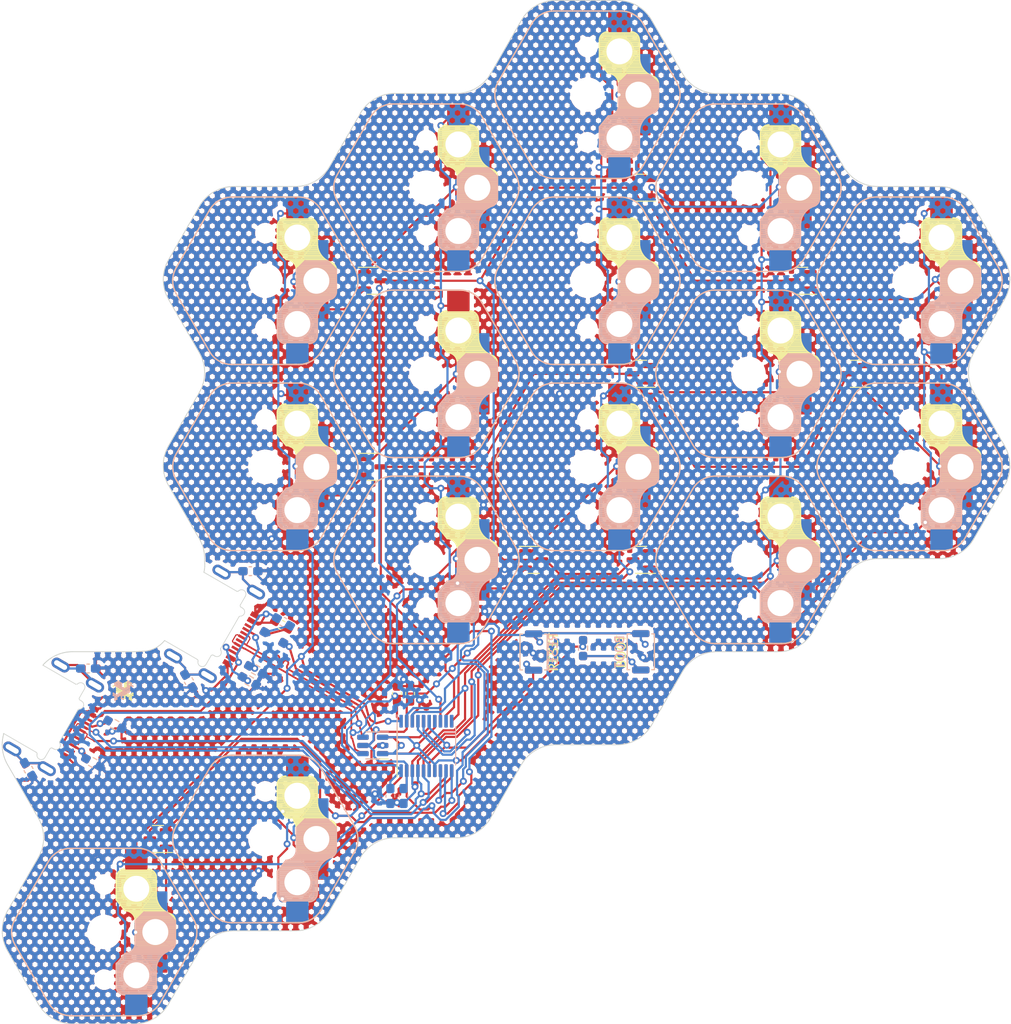
<source format=kicad_pcb>
(kicad_pcb
	(version 20240108)
	(generator "pcbnew")
	(generator_version "8.0")
	(general
		(thickness 1.6)
		(legacy_teardrops no)
	)
	(paper "A4")
	(layers
		(0 "F.Cu" signal)
		(31 "B.Cu" signal)
		(32 "B.Adhes" user "B.Adhesive")
		(33 "F.Adhes" user "F.Adhesive")
		(34 "B.Paste" user)
		(35 "F.Paste" user)
		(36 "B.SilkS" user "B.Silkscreen")
		(37 "F.SilkS" user "F.Silkscreen")
		(38 "B.Mask" user)
		(39 "F.Mask" user)
		(40 "Dwgs.User" user "User.Drawings")
		(41 "Cmts.User" user "User.Comments")
		(42 "Eco1.User" user "User.Eco1")
		(43 "Eco2.User" user "User.Eco2")
		(44 "Edge.Cuts" user)
		(45 "Margin" user)
		(46 "B.CrtYd" user "B.Courtyard")
		(47 "F.CrtYd" user "F.Courtyard")
		(48 "B.Fab" user)
		(49 "F.Fab" user)
		(50 "User.1" user)
		(51 "User.2" user)
		(52 "User.3" user)
		(53 "User.4" user)
		(54 "User.5" user)
		(55 "User.6" user)
		(56 "User.7" user)
		(57 "User.8" user)
		(58 "User.9" user)
	)
	(setup
		(pad_to_mask_clearance 0)
		(allow_soldermask_bridges_in_footprints no)
		(pcbplotparams
			(layerselection 0x00010fc_ffffffff)
			(plot_on_all_layers_selection 0x0000000_00000000)
			(disableapertmacros no)
			(usegerberextensions no)
			(usegerberattributes yes)
			(usegerberadvancedattributes yes)
			(creategerberjobfile yes)
			(dashed_line_dash_ratio 12.000000)
			(dashed_line_gap_ratio 3.000000)
			(svgprecision 4)
			(plotframeref no)
			(viasonmask no)
			(mode 1)
			(useauxorigin no)
			(hpglpennumber 1)
			(hpglpenspeed 20)
			(hpglpendiameter 15.000000)
			(pdf_front_fp_property_popups yes)
			(pdf_back_fp_property_popups yes)
			(dxfpolygonmode yes)
			(dxfimperialunits yes)
			(dxfusepcbnewfont yes)
			(psnegative no)
			(psa4output no)
			(plotreference yes)
			(plotvalue yes)
			(plotfptext yes)
			(plotinvisibletext no)
			(sketchpadsonfab no)
			(subtractmaskfromsilk no)
			(outputformat 1)
			(mirror no)
			(drillshape 0)
			(scaleselection 1)
			(outputdirectory "production-files/")
		)
	)
	(net 0 "")
	(net 1 "+3.3V")
	(net 2 "Net-(CH1-Pad2)")
	(net 3 "Net-(CH2-Pad2)")
	(net 4 "GND")
	(net 5 "Net-(CH4-Pad2)")
	(net 6 "Net-(CH5-Pad2)")
	(net 7 "+5V")
	(net 8 "Net-(CH6-Pad2)")
	(net 9 "c1")
	(net 10 "c2")
	(net 11 "unconnected-(D6-A-Pad2)")
	(net 12 "Net-(CH8-Pad2)")
	(net 13 "unconnected-(D7-A-Pad2)")
	(net 14 "Net-(CH9-Pad2)")
	(net 15 "unconnected-(D8-A-Pad2)")
	(net 16 "c3")
	(net 17 "c4")
	(net 18 "Net-(CH11-Pad2)")
	(net 19 "c5")
	(net 20 "Net-(CH13-Pad2)")
	(net 21 "Net-(CH14-Pad2)")
	(net 22 "r1")
	(net 23 "r2")
	(net 24 "r3")
	(net 25 "Net-(D10-A)")
	(net 26 "VBUS")
	(net 27 "unconnected-(U2-P11-Pad8)")
	(net 28 "unconnected-(U2-P10-Pad7)")
	(net 29 "RST")
	(net 30 "unconnected-(U1-P10-Pad7)")
	(net 31 "unconnected-(U1-P11-Pad8)")
	(net 32 "UDP")
	(net 33 "UDM")
	(net 34 "PORT-")
	(net 35 "PORT+")
	(net 36 "Net-(D11-A)")
	(net 37 "Net-(J3-SHIELD)")
	(net 38 "Net-(J3-CC1)")
	(net 39 "Net-(J3-CC2)")
	(net 40 "BOOT")
	(net 41 "Net-(CH7-Pad2)")
	(net 42 "Net-(CH10-Pad2)")
	(net 43 "Net-(CH3-Pad2)")
	(net 44 "Net-(CH15-Pad2)")
	(net 45 "Net-(CH12-Pad2)")
	(net 46 "unconnected-(U1-P12-Pad17)")
	(net 47 "unconnected-(U1-P13-Pad16)")
	(net 48 "Net-(J2-CC1)")
	(net 49 "RX_L_TX_R")
	(net 50 "TX_L_RX_R")
	(net 51 "Net-(J2-CC2)")
	(net 52 "Net-(J2-SHIELD)")
	(net 53 "unconnected-(U2-P31-Pad9)")
	(net 54 "unconnected-(U2-P30-Pad10)")
	(footprint "Button_Switch_SMD:SW_Push_SPST_NO_Alps_SKRK" (layer "F.Cu") (at 121.874404 97.523369 90))
	(footprint "Capacitor_SMD:C_0603_1608Metric_Pad1.08x0.95mm_HandSolder" (layer "F.Cu") (at 63.480354 111.127422 -60))
	(footprint "Capacitor_SMD:C_0603_1608Metric_Pad1.08x0.95mm_HandSolder" (layer "F.Cu") (at 106.075604 102.322869 90))
	(footprint "Fuse:Fuse_0603_1608Metric_Pad1.05x0.95mm_HandSolder" (layer "F.Cu") (at 92.737756 94.390417 150))
	(footprint "s-ol:PG1350_hotswap_reversible" (layer "F.Cu") (at 72.239282 129.876369 90))
	(footprint "s-ol:PG1350_hotswap_reversible" (layer "F.Cu") (at 128.097925 54.626369 90))
	(footprint "s-ol:PG1350_hotswap_reversible" (layer "F.Cu") (at 109.478376 86.876369 90))
	(footprint "Resistor_SMD:R_0603_1608Metric_Pad0.98x0.95mm_HandSolder" (layer "F.Cu") (at 89.740556 99.58172 -30))
	(footprint "Capacitor_SMD:C_0603_1608Metric_Pad1.08x0.95mm_HandSolder" (layer "F.Cu") (at 89.128412 88.180929))
	(footprint "Package_TO_SOT_SMD:SOT-23" (layer "F.Cu") (at 103.27186 76.12637))
	(footprint "Capacitor_SMD:C_0603_1608Metric_Pad1.08x0.95mm_HandSolder" (layer "F.Cu") (at 82.016414 100.880928 -60))
	(footprint "s-ol:PG1350_hotswap_reversible"
		(layer "F.Cu")
		(uuid "66c963be-f03a-4c94-a1ed-48cce683553d")
		(at 90.858828 76.12637 90)
		(property "Reference" "CH2"
			(at 7.5 -5.9 90)
			(unlocked yes)
			(layer "F.SilkS")
			(hide yes)
			(uuid "d7db846f-49a1-43a3-90ee-38b8f195ff6c")
			(effects
				(font
					(size 1 1)
					(thickness 0.15)
				)
				(justify right)
			)
		)
		(property "Value" "choc_SW_HS"
			(at 0.35 1.9 90)
			(unlocked yes)
			(layer "F.Fab")
			(uuid "739d0cb8-2fc3-4e89-8697-f0073716a26c")
			(effects
				(font
					(size 1 1)
					(thickness 0.15)
				)
			)
		)
		(property "Footprint" "s-ol:PG1350_hotswap_reversible"
			(at 0 0 90)
			(unlocked yes)
			(layer "F.Fab")
			(hide yes)
			(uuid "920bde80-7815-4a95-a46c-dee9d3fbe637")
			(effects
				(font
					(size 1.27 1.27)
				)
			)
		)
		(property "Datasheet" ""
			(at 0 0 90)
			(unlocked yes)
			(layer "F.Fab")
			(hide yes)
			(uuid "a0010cb3-fc5e-4cf6-a0d5-cea7871d1234")
			(effects
				(font
					(size 1.27 1.27)
				)
			)
		)
		(property "Description" ""
			(at 0 0 90)
			(unlocked yes)
			(layer "F.Fab")
			(hide yes)
			(uuid "4d5b106b-b631-46f9-89e2-fccf83cb7ba3")
			(effects
				(font
					(size 1.27 1.27)
				)
			)
		)
		(path "/d4bdf8df-97e5-4f3c-98d7-90f9d499326f")
		(sheetname "Root")
		(sheetfile "nunchuck.kicad_sch")
		(attr smd)
		(fp_line
			(start 1.5 -10.305702)
			(end 8.174999 -6.451889)
			(stroke
				(width 0.15)
				(type solid)
			)
			(layer "B.SilkS")
			(uuid "62591023-0b78-49e5-8102-012fe5c4130e")
		)
		(fp_line
			(start -8.175 -6.451889)
			(end -1.499999 -10.305702)
			(stroke
				(width 0.15)
				(type solid)
			)
			(layer "B.SilkS")
			(uuid "5f243410-6987-412c-90d3-760394561d44")
		)
		(fp_line
			(start 9.674998 -3.853813)
			(end 9.675 3.853813)
			(stroke
				(width 0.15)
				(type solid)
			)
			(layer "B.SilkS")
			(uuid "e018cb85-0f83-4645-8f28-fb4c30c42f33")
		)
		(fp_line
			(start -3.725 1.375)
			(end -6.275 1.375)
			(stroke
				(width 0.15)
				(type solid)
			)
			(layer "B.SilkS")
			(uuid "f5c1f250-3433-472d-8967-418e67946143")
		)
		(fp_line
			(start -3.725 1.375)
			(end -2.45 2.4)
			(stroke
				(width 0.15)
				(type solid)
			)
			(layer "B.SilkS")
			(uuid "927f7c95-7978-4f40-8297-febd75ebd515")
		)
		(fp_line
			(start 1.3 3.575)
			(end -1.275 3.575)
			(stroke
				(width 0.15)
				(type solid)
			)
			(layer "B.SilkS")
			(uuid "3a167d6a-07dc-446a-9147-b0839f1e9440")
		)
		(fp_line
			(start 1.3 3.575)
			(end 2.325 4.6)
			(stroke
				(width 0.15)
				(type solid)
			)
			(layer "B.SilkS")
			(uuid "4388a5c3-e8c6-44c4-b524-52634dcd7f4d")
		)
		(fp_line
			(start -1.8 3.599999)
			(end -4.65 5.9)
			(stroke
				(width 0.12)
				(type solid)
			)
			(layer "B.SilkS")
			(uuid "5a0fa5d9-fb6a-4c8e-ac44-01c36ab70b19")
		)
		(fp_line
			(start 0.9 3.65)
			(end -1.8 7.95)
			(stroke
				(width 0.12)
				(type solid)
			)
			(layer "B.SilkS")
			(uuid "3ae4cf30-f04e-46a5-8849-c42c35d4ae62")
		)
		(fp_line
			(start -9.674998 3.853813)
			(end -9.674999 -3.853812)
			(stroke
				(width 0.15)
				(type solid)
			)
			(layer "B.SilkS")
			(uuid "d9f4df44-cc34-48ae-bd59-8714bfbd6c11")
		)
		(fp_line
			(start 2.3 4.575)
			(end 2.299999 7.225)
			(stroke
				(width 0.15)
				(type solid)
			)
			(layer "B.SilkS")
			(uuid "eb9ddb3b-4751-411a-b4a7-94977416fc9e")
		)
		(fp_line
			(start -7.15 5.5)
			(end -7.15 1.9)
			(stroke
				(width 0.15)
				(type solid)
			)
			(layer "B.SilkS")
			(uuid "a3c94653-d0d6-43e0-9d46-df7b429ae045")
		)
		(fp_line
			(start -7 5.7)
			(end -7 1.7)
			(stroke
				(width 0.15)
				(type solid)
			)
			(layer "B.SilkS")
			(uuid "033c92f0-05f6-4bcc-ab95-a1a312bead15")
		)
		(fp_line
			(start -6.85 5.8)
			(end -6.85 1.6)
			(stroke
				(width 0.15)
				(type solid)
			)
			(layer "B.SilkS")
			(uuid "c53968ac-8638-49ff-be68-e267432bdb64")
		)
		(fp_line
			(start -4.65 5.9)
			(end -4.65 1.4)
			(stroke
				(width 0.12)
				(type solid)
			)
			(layer "B.SilkS")
			(uuid "9f2cfd4c-a255-4d83-8a6e-409b7b6a31fb")
		)
		(fp_line
			(start -6.7 5.9)
			(end -6.7 1.5)
			(stroke
				(width 0.15)
				(type solid)
			)
			(layer "B.SilkS")
			(uuid "951e60cf-c8d8-480d-9d16-2396c97cac3f")
		)
		(fp_line
			(start -6.55 5.95)
			(end -6.55 1.45)
			(stroke
				(width 0.15)
				(type solid)
			)
			(layer "B.SilkS")
			(uuid "30f83d83-ada0-41ab-aaa0-74940a8ff4fb")
		)
		(fp_line
			(start -4.75 5.999999)
			(end -4.750001 1.4)
			(stroke
				(width 0.15)
				(type solid)
			)
			(layer "B.SilkS")
			(uuid "18544c30-c457-4da4-9d3e-52ce109a2256")
		)
		(fp_line
			(start -5.5 5.999999)
			(end -5.5 1.4)
			(stroke
				(width 0.15)
				(type solid)
			)
			(layer "B.SilkS")
			(uuid "021f438c-2ccc-4b6f-bc67-38a69547c818")
		)
		(fp_line
			(start -5.65 5.999999)
			(end -5.650001 1.4)
			(stroke
				(width 0.15)
				(type solid)
			)
			(layer "B.SilkS")
			(uuid "a5eb3120-7e99-4e26-ac30-1a46e817c1ca")
		)
		(fp_line
			(start -6.4 5.999999)
			(end -6.4 1.45)
			(stroke
				(width 0.15)
				(type solid)
			)
			(layer "B.SilkS")
			(uuid "ae40e372-fb8c-456a-8d0f-ccc259d58d15")
		)
		(fp_line
			(start -4.149999 6)
			(end -4.15 1.45)
			(stroke
				(width 0.15)
				(type solid)
			)
			(layer "B.SilkS")
			(uuid "da18b622-921a-4d4e-a00e-80f34d3380f4")
		)
		(fp_line
			(start -4.3 6)
			(end -4.3 1.4)
			(stroke
				(width 0.15)
				(type solid)
			)
			(layer "B.SilkS")
			(uuid "4c98f40d-3cb5-4051-9425-8964e474e04a")
		)
		(fp_line
			(start -4.45 6)
			(end -4.45 1.4)
			(stroke
				(width 0.15)
				(type solid)
			)
			(layer "B.SilkS")
			(uuid "6a9b7f0d-0268-47b8-95f9-d5716c05d90a")
		)
		(fp_line
			(start -4.6 6)
			(end -4.6 1.4)
			(stroke
				(width 0.15)
				(type solid)
			)
			(layer "B.SilkS")
			(uuid "7bb6eab1-fd23-4036-910b-d2557772f8de")
		)
		(fp_line
			(start -4.899999 6)
			(end -4.9 1.400001)
			(stroke
				(width 0.15)
				(type solid)
			)
			(layer "B.SilkS")
			(uuid "aabe9ae3-101b-446b-86d8-738f0d982992")
		)
		(fp_line
			(start -5.05 6)
			(end -5.05 1.400001)
			(stroke
				(width 0.15)
				(type solid)
			)
			(layer "B.SilkS")
			(uuid "09b37b05-7630-44d2-af10-560828eac656")
		)
		(fp_line
			(start -5.2 6)
			(end -5.2 1.4)
			(stroke
				(width 0.15)
				(type solid)
			)
			(layer "B.SilkS")
			(uuid "fe58c5fa-db76-40aa-a98f-4f0b4e814ca1")
		)
		(fp_line
			(start -5.35 6)
			(end -5.35 1.4)
			(stroke
				(width 0.15)
				(type solid)
			)
			(layer "B.SilkS")
			(uuid "b06383e3-3be0-4f68-82a8-99fbc3486e4b")
		)
		(fp_line
			(start -5.799999 6)
			(end -5.8 1.400001)
			(stroke
				(width 0.15)
				(type solid)
			)
			(layer "B.SilkS")
			(uuid "94427047-70d9-4b42-bee2-3583b1a5f059")
		)
		(fp_line
			(start -5.95 6)
			(end -5.95 1.4)
			(stroke
				(width 0.15)
				(type solid)
			)
			(layer "B.SilkS")
			(uuid "c9447c7a-c3ab-4130-93e6-ecbb3d3bdc60")
		)
		(fp_line
			(start -6.1 6)
			(end -6.1 1.4)
			(stroke
				(width 0.15)
				(type solid)
			)
			(layer "B.SilkS")
			(uuid "aae8e953-595c-4800-ab1e-26d9c996098b")
		)
		(fp_line
			(start -6.25 6)
			(end -6.25 1.4)
			(stroke
				(width 0.15)
				(type solid)
			)
			(layer "B.SilkS")
			(uuid "9569f20d-4304-4c1e-9fe6-851ae49e2711")
		)
		(fp_line
			(start -4.3 6.025)
			(end -6.275 6.025)
			(stroke
				(width 0.15)
				(type solid)
			)
			(layer "B.SilkS")
			(uuid "37bcd6f3-2ce9-42e3-acd4-4667ae8e00d4")
		)
		(fp_line
			(start -3.7 6.05)
			(end -3.7 1.45)
			(stroke
				(width 0.15)
				(type solid)
			)
			(layer "B.SilkS")
			(uuid "1979e851-47a6-481a-9eaf-e8290b0d6f4c")
		)
		(fp_line
			(start -3.85 6.05)
			(end -3.85 1.4)
			(stroke
				(width 0.15)
				(type solid)
			)
			(layer "B.SilkS")
			(uuid "c9c3ed07-f863-4cc2-abae-10998b6f9c0d")
		)
		(fp_line
			(start -4 6.05)
			(end -4.000001 1.4)
			(stroke
				(width 0.15)
				(type solid)
			)
			(layer "B.SilkS")
			(uuid "69c34c42-7138-4721-8a5c-62eb043128c9")
		)
		(fp_line
			(start -3.55 6.1)
			(end -3.55 1.55)
			(stroke
				(width 0.15)
				(type solid)
			)
			(layer "B.SilkS")
			(uuid "2b83110c-54cd-4156-b2d5-9dc23b0fc26f")
		)
		(fp_line
			(start -3.4 6.200001)
			(end -3.4 1.65)
			(stroke
				(width 0.15)
				(type solid)
			)
			(layer "B.SilkS")
			(uuid "2fd75816-13e5-4f55-b23f-c8502b038a33")
		)
		(fp_line
			(start -3.25 6.25)
			(end -3.250001 1.8)
			(stroke
				(width 0.15)
				(type solid)
			)
			(layer "B.SilkS")
			(uuid "c68e1377-8032-45de-8b8f-a34d721c959c")
		)
		(fp_line
			(start -3.1 6.35)
			(end -3.1 1.9)
			(stroke
				(width 0.15)
				(type solid)
			)
			(layer "B.SilkS")
			(uuid "b7a1d5cd-75f6-4ff7-8f6b-fb90d0145819")
		)
		(fp_line
			(start -2.95 6.45)
			(end -2.95 2.05)
			(stroke
				(width 0.15)
				(type solid)
			)
			(layer "B.SilkS")
			(uuid "59a2d0db-6980-427f-a9ba-5d533e5bd2b6")
		)
		(fp_line
			(start 8.175 6.451889)
			(end 1.499999 10.305702)
			(stroke
				(width 0.15)
				(type solid)
			)
			(layer "B.SilkS")
			(uuid "bb6173f4-3bc9-4634-a1e7-3ebfa20d4c3a")
		)
		(fp_line
			(start -2.8 6.55)
			(end -2.8 2.15)
			(stroke
				(width 0.15)
				(type solid)
			)
			(layer "B.SilkS")
			(uuid "83da6661-99a1-4735-9d34-96c43cc5514a")
		)
		(fp_line
			(start -2.65 6.7)
			(end -2.65 2.25)
			(stroke
				(width 0.15)
				(type solid)
			)
			(layer "B.SilkS")
			(uuid "1b5c3874-2e95-4c47-a297-d596e1470a54")
		)
		(fp_line
			(start -2.5 6.85)
			(end -2.5 2.4)
			(stroke
				(width 0.15)
				(type solid)
			)
			(layer "B.SilkS")
			(uuid "bd2b152a-5dc8-4c78-bdcf-65aafa0008c0")
		)
		(fp_line
			(start -2.4 7.05)
			(end -2.4 2.9)
			(stroke
				(width 0.15)
				(type solid)
			)
			(layer "B.SilkS")
			(uuid "f0d1ceff-9a22-4eea-adb4-d37ee138565f")
		)
		(fp_line
			(start -2.3 7.2)
			(end -2.299999 3.05)
			(stroke
				(width 0.15)
				(type solid)
			)
			(layer "B.SilkS")
			(uuid "224f2b8a-0a0d-4902-831f-b6ce4b8772ed")
		)
		(fp_line
			(start 2.15 7.35)
			(end 2.15 4.45)
			(stroke
				(width 0.15)
				(type solid)
			)
			(layer "B.SilkS")
			(uuid "c9a7d82d-deab-4383-b885-df5285f8308b")
		)
		(fp_line
			(start -2.2 7.4)
			(end -2.2 3.25)
			(stroke
				(width 0.15)
				(type solid)
			)
			(layer "B.SilkS")
			(uuid "09f4c09b-3008-4149-ae96-fbf6fca69ede")
		)
		(fp_line
			(start 2.05 7.45)
			(end 2.05 4.35)
			(stroke
				(width 0.15)
				(type solid)
			)
			(layer "B.SilkS")
			(uuid "02fb9d50-82a9-41ca-84d7-fc09f524f82d")
		)
		(fp_line
			(start 1.95 7.55)
			(end 1.95 4.25)
			(stroke
				(width 0.15)
				(type solid)
			)
			(layer "B.SilkS")
			(uuid "63cae397-1645-4e04-8db5-d65663eb7868")
		)
		(fp_line
			(start -2.1 7.55)
			(end -2.1 3.35)
			(stroke
				(width 0.15)
				(type solid)
			)
			(layer "B.SilkS")
			(uuid "c04c260b-bf59-4bfd-a803-defa6fbb305f")
		)
		(fp_line
			(start 1.85 7.65)
			(end 1.85 4.15)
			(stroke
				(width 0.15)
				(type solid)
			)
			(layer "B.SilkS")
			(uuid "859f3b31-345a-48f1-8476-f3b3294d401e")
		)
		(fp_line
			(start 1.7 7.8)
			(end 1.7 4)
			(stroke
				(width 0.15)
				(type solid)
			)
			(layer "B.SilkS")
			(uuid "3e4befbc-99aa-489c-b815-56d23150c3b8")
		)
		(fp_line
			(start -2 7.8)
			(end -2 3.4)
			(stroke
				(width 0.15)
				(type solid)
			)
			(layer "B.SilkS")
			(uuid "dbca23c8-a68a-4b50-a2b5-202a360276c7")
		)
		(fp_line
			(start 1.55 7.95)
			(end 1.55 3.85)
			(stroke
				(width 0.15)
				(type solid)
			)
			(layer "B.SilkS")
			(uuid "441f8677-f267-46ef-8dfe-04c72ff92641")
		)
		(fp_line
			(start -1.8 7.95)
			(end -1.8 3.599999)
			(stroke
				(width 0.12)
				(type solid)
			)
			(layer "B.SilkS")
			(uuid "08371e6d-9db2-4f61-a0f6-a429f4796d7b")
		)
		(fp_line
			(start -1.9 7.95)
			(end -1.9 3.45)
			(stroke
				(width 0.15)
				(type solid)
			)
			(layer "B.SilkS")
			(uuid "fe73f24c-7f4e-4741-ad5c-08ba2d4d2078")
		)
		(fp_line
			(start -1.75 8.050001)
			(end -1.75 3.5)
			(stroke
				(width 0.15)
				(type solid)
			)
			(layer "B.SilkS")
			(uuid "b3978101-17c5-4433-86c3-b2ac623ecbcb")
		)
		(fp_line
			(start 1.4 8.1)
			(end 1.4 3.7)
			(stroke
				(width 0.15)
				(type solid)
			)
			(layer "B.SilkS")
			(uuid "f244b395-78e4-4be6-a141-d2fab502e9ff")
		)
		(fp_line
			(start 0.9 8.1)
			(end 0.9 3.65)
			(stroke
				(width 0.12)
				(type solid)
			)
			(layer "B.SilkS")
			(uuid "2c4a335c-0542-458a-8e05-1e24bcf5ce22")
		)
		(fp_line
			(start -1.6 8.15)
			(end -1.6 3.599999)
			(stroke
				(width 0.15)
				(type solid)
			)
			(layer "B.SilkS")
			(uuid "1a8d80ca-49eb-4942-87db-6439e4d78da4")
		)
		(fp_line
			(start 1.25 8.2)
			(end 1.25 3.6)
			(stroke
				(width 0.15)
				(type solid)
			)
			(layer "B.SilkS")
			(uuid "c2cf2130-4b29-4aa7-8f45-d0d13bb739b5")
		)
		(fp_line
			(start 1.1 8.2)
			(end 1.1 3.6)
			(stroke
				(width 0.15)
				(type solid)
			)
			(layer "B.SilkS")
			(uuid "74df2178-51bf-47b0-b527-5f655ab0aa8b")
		)
		(fp_line
			(start 0.95 8.2)
			(end 0.95 3.6)
			(stroke
				(width 0.15)
				(type solid)
			)
			(layer "B.SilkS")
			(uuid "5e87bbef-01a5-49cc-afaa-fe07a85a8614")
		)
		(fp_line
			(start 0.8 8.2)
			(end 0.8 3.599999)
			(stroke
				(width 0.15)
				(type solid)
			)
			(layer "B.SilkS")
			(uuid "a6f175f4-a70d-499d-b6d2-fdd8be655ebc")
		)
		(fp_line
			(start 0.650001 8.2)
			(end 0.650001 3.6)
			(stroke
				(width 0.15)
				(type solid)
			)
			(layer "B.SilkS")
			(uuid "2038a3f3-3865-44c0-9cc3-a23c11cafc31")
		)
		(fp_line
			(start 0.5 8.2)
			(end 0.5 3.6)
			(stroke
				(width 0.15)
				(type solid)
			)
			(layer "B.SilkS")
			(uuid "490c01d2-eb44-4481-8128-0b83ccbcf9e0")
		)
		(fp_line
			(start 0.35 8.2)
			(end 0.35 3.6)
			(stroke
				(width 0.15)
				(type solid)
			)
			(layer "B.SilkS")
			(uuid "12d83ad9-6c86-4f4c-b6f3-1e99ab60667e")
		)
		(fp_line
			(start 0.2 8.2)
			(end 0.2 3.6)
			(stroke
				(width 0.15)
				(type solid)
			)
			(layer "B.SilkS")
			(uuid "ec22e9c1-23e2-43d1-b0c7-a7952bfaa5b9")
		)
		(fp_line
			(start 0.05 8.2)
			(end 0.05 3.599999)
			(stroke
				(width 0.15)
				(type solid)
			)
			(layer "B.SilkS")
			(uuid "5cb443c5-39a5-4c28-a02c-856a3804a333")
		)
		(fp_line
			(start -0.1 8.2)
			(end -0.1 3.599999)
			(stroke
				(width 0.15)
				(type solid)
			)
			(layer "B.SilkS")
			(uuid "4b3439ab-5802-419f-a9a7-267d574a65fa")
		)
		(fp_line
			(start -0.25 8.2)
			(end -0.249999 3.6)
			(stroke
				(width 0.15)
				(type solid)
			)
			(layer "B.SilkS")
			(uuid "51f62873-a20b-4a19-8ffb-966a7a765f7d")
		)
		(fp_line
			(start -0.4 8.2)
			(end -0.4 3.6)
			(stroke
				(width 0.15)
				(type solid)
			)
			(layer "B.SilkS")
			(uuid "31a3b2d1-c889-463a-9302-8c4a47f2a185")
		)
		(fp_line
			(start -0.55 8.2)
			(end -0.55 3.6)
			(stroke
				(width 0.15)
				(type solid)
			)
			(layer "B.SilkS")
			(uuid "958930b4-e78d-4486-a616-cea127f1d4da")
		)
		(fp_line
			(start -0.7 8.2)
			(end -0.7 3.599999)
			(stroke
				(width 0.15)
				(type solid)
			)
			(layer "B.SilkS")
			(uuid "91d4e5a7-1f18-49ec-bd0b-abe87baaf803")
		)
		(fp_line
			(start -0.85 8.2)
			(end -0.85 3.599999)
			(stroke
				(width 0.15)
				(type solid)
			)
			(layer "B.SilkS")
			(uuid "07c9f34b-daec-4510-a3ae-0bff15813a0f")
		)
		(fp_line
			(start -0.999999 8.2)
			(end -0.999999 3.6)
			(stroke
				(width 0.15)
				(type solid)
			)
			(layer "B.SilkS")
			(uuid "832e0452-590d-4bef-913c-85cba94a8077")
		)
		(fp_line
			(start -1.15 8.2)
			(end -1.15 3.65)
			(stroke
				(width 0.15)
				(type solid)
			)
			(layer "B.SilkS")
			(uuid "19f5270a-2cde-4076-b655-b5efbfc56f5b")
		)
		(fp_line
			(start -1.3 8.2)
			(end -1.3 3.6)
			(stroke
				(width 0.15)
				(type solid)
			)
			(layer "B.SilkS")
			(uuid "a358cbf7-5b51-4e31-bf35-e06b202e9512")
		)
		(fp_line
			(start -1.45 8.2)
			(end -1.45 3.6)
			(stroke
				(width 0.15)
				(type solid)
			)
			(layer "B.SilkS")
			(uuid "a4a9f118-b35e-4a3a-bc41-7eaae5cc06c6")
		)
		(fp_line
			(start 1.3 8.225)
			(end 2.325 7.2)
			(stroke
				(width 0.15)
				(type solid)
			)
			(layer "B.SilkS")
			(uuid "420c07e7-6761-4247-8b4b-8ac3fc7c66b2")
		)
		(fp_line
			(start 1.3 8.225)
			(end -1.3 8.225)
			(stroke
				(width 0.15)
				(type solid)
			)
			(layer "B.SilkS")
			(uuid "4cd9fbe1-9b85-43ca-bba0-214e8fcaecf0")
		)
		(fp_line
			(start -1.5 10.305702)
			(end -8.175 6.451889)
			(stroke
				(width 0.15)
				(type solid)
			)
			(layer "B.SilkS")
			(uuid "286c02ab-1a52-4501-9005-1af108897a3d")
		)
		(fp_arc
			(start -1.499999 -10.305702)
			(mid 0.000001 -10.707625)
			(end 1.5 -10.305701)
			(stroke
				(width 0.15)
				(type solid)
			)
			(layer "B.SilkS")
			(uuid "1dc360b6-2042-49c1-b77e-d4e73dc5b554")
		)
		(fp_arc
			(start 8.174999 -6.451889)
			(mid 9.273079 -5.353816)
			(end 9.674998 -3.853813)
			(stroke
				(width 0.15)
				(type solid)
			)
			(layer "B.SilkS")
			(uuid "47bfb3db-7be9-4a42-87cb-10d5f4e6033e")
		)
		(fp_arc
			(start -9.675 -3.853813)
			(mid -9.273081 -5.353816)
			(end -8.175 -6.451889)
			(stroke
				(width 0.15)
				(type solid)
			)
			(layer "B.SilkS")
			(uuid "2ae4fbfd-44aa-4e98-8e11-fa1b046d36f2")
		)
		(fp_arc
			(start -7.275 2.375)
			(mid -6.982107 1.667893)
			(end -6.275 1.375)
			(stroke
				(width 0.15)
				(type solid)
			)
			(layer "B.SilkS")
			(uuid "40cd5006-bd34-4ae2-85b5-844a34dacc63")
		)
		(fp_arc
			(start -1.275 3.575)
			(mid -2.10585 3.23085)
			(end -2.45 2.4)
			(stroke
				(width 0.15)
				(type solid)
			)
			(layer "B.SilkS")
			(uuid "7b8fc860-9a7d-481e-9931-4f2461a20071")
		)
		(fp_arc
			(start 9.675 3.853813)
			(mid 9.273076 5.353813)
			(end 8.175 6.451889)
			(stroke
				(width 0.15)
				(type solid)
			)
			(layer "B.SilkS")
			(uuid "713fa7a1-f57f-464c-9291-eb6fd936bd87")
		)
		(fp_arc
			(start -4.3 6.025)
			(mid -2.995114 6.436429)
			(end -2.162199 7.521904)
			(stroke
				(width 0.15)
				(type solid)
			)
			(layer "B.SilkS")
			(uuid "088575ec-48cf-45ff-8dfa-93e769778d95")
		)
		(fp_arc
			(start -6.275 6.025)
			(mid -6.982107 5.732107)
			(end -7.275 5.025)
			(stroke
				(width 0.15)
				(type solid)
			)
			(layer "B.SilkS")
			(uuid "e5d9fc68-a881-440d-8cb0-b8df91b6a1aa")
		)
		(fp_arc
			(start -8.175 6.451889)
			(mid -9.273078 5.353814)
			(end -9.675 3.853813)
			(stroke
				(width 0.15)
				(type solid)
			)
			(layer "B.SilkS")
			(uuid "b3c5028b-7e38-4598-b7fa-8851d45268fe")
		)
		(fp_arc
			(start -1.300995 8.223791)
			(mid -1.848285 8.016022)
			(end -2.162199 7.521904)
			(stroke
				(width 0.15)
				(type solid)
			)
			(layer "B.SilkS")
			(uuid "96e98398-c3eb-457f-b355-945590f32f04")
		)
		(fp_arc
			(start 1.499999 10.305702)
			(mid -0.000001 10.707626)
			(end -1.5 10.305701)
			(stroke
				(width 0.15)
				(type solid)
			)
			(layer "B.SilkS")
			(uuid "c39e229d-4361-4d27-b59f-d59b73cf6b0a")
		)
		(fp_line
			(start -1.5 -10.305702)
			(end -8.174999 -6.451889)
			(stroke
				(width 0.15)
				(type solid)
			)
			(layer "F.SilkS")
			(uuid "151d5a55-3ff9-4070-b5d7-d4661b173674")
		)
		(fp_line
			(start 8.175 -6.451889)
			(end 1.499999 -10.305702)
			(stroke
				(width 0.15)
				(type solid)
			)
			(layer "F.SilkS")
			(uuid "ac50d9bb-5708-4b1c-a300-d37a07fd8155")
		)
		(fp_line
			(start -9.674999 -3.853812)
			(end -9.675 3.853813)
			(stroke
				(width 0.15)
				(type solid)
			)
			(layer "F.SilkS")
			(uuid "8f871be2-6cd1-4291-abb7-7486f4aef1e9")
		)
		(fp_line
			(start 3.725 1.375)
			(end 6.275 1.375)
			(stroke
				(width 0.15)
				(type solid)
			)
			(layer "F.SilkS")
			(uuid "70893e35-c944-4b22-8f56-014d53af0ad6")
		)
		(fp_line
			(start 3.725 1.375)
			(end 2.45 2.4)
			(stroke
				(width 0.15)
				(type solid)
			)
			(layer "F.SilkS")
			(uuid "a7e9cf70-645d-4eee-a0e5-bcec62917d2c")
		)
		(fp_line
			(start -1.3 3.575)
			(end 1.275 3.575)
			(stroke
				(width 0.15)
				(type solid)
			)
			(layer "F.SilkS")
			(uuid "fef30854-a0aa-4b46-9440-2594dcb43da9")
		)
		(fp_line
			(start -1.3 3.575)
			(end -2.325 4.6)
			(stroke
				(width 0.15)
				(type solid)
			)
			(layer "F.SilkS")
			(uuid "e708cdaf-8ca4-4ed7-83ce-53e75196399a")
		)
		(fp_line
			(start 1.8 3.6)
			(end 4.65 5.9)
			(stroke
				(width 0.12)
				(type solid)
			)
			(layer "F.SilkS")
			(uuid "72f596ad-2c93-405f-9196-71beae74c8c7")
		)
		(fp_line
			(start -0.9 3.65)
			(end 1.8 7.95)
			(stroke
				(width 0.12)
				(type solid)
			)
			(layer "F.SilkS")
			(uuid "85c89451-9a96-4bef-84fa-2907481d8069")
		)
		(fp_line
			(start 9.674999 3.853812)
			(end 9.674998 -3.853813)
			(stroke
				(width 0.15)
				(type solid)
			)
			(layer "F.SilkS")
			(uuid "c999ad81-42c2-4a7f-bf24-570312b0baa1")
		)
		(fp_line
			(start -2.3 4.575)
			(end -2.3 7.225001)
			(stroke
				(width 0.15)
				(type solid)
			)
			(layer "F.SilkS")
			(uuid "a0a8bc9f-97ba-4857-b62a-946ecbd1a0d7")
		)
		(fp_line
			(start 7.15 5.5)
			(end 7.15 1.9)
			(stroke
				(width 0.15)
				(type solid)
			)
			(layer "F.SilkS")
			(uuid "42588d05-c088-4056-8824-f6354e419e15")
		)
		(fp_line
			(start 7 5.7)
			(end 7 1.7)
			(stroke
				(width 0.15)
				(type solid)
			)
			(layer "F.SilkS")
			(uuid "109f3b2e-6d85-4009-aa30-37ec6a55d4bb")
		)
		(fp_line
			(start 6.85 5.8)
			(end 6.85 1.6)
			(stroke
				(width 0.15)
				(type solid)
			)
			(layer "F.SilkS")
			(uuid "2a3d1e1b-aba9-458e-b854-16a82aa28417")
		)
		(fp_line
			(start 6.7 5.9)
			(end 6.7 1.5)
			(stroke
				(width 0.15)
				(type solid)
			)
			(layer "F.SilkS")
			(uuid "608c0d28-99fd-4b0e-9963-d8addb64ab96")
		)
		(fp_line
			(start 4.65 5.9)
			(end 4.65 1.4)
			(stroke
				(width 0.12)
				(type solid)
			)
			(layer "F.SilkS")
			(uuid "081e8a56-a8fb-4338-8357-02ee741504e7")
		)
		(fp_line
			(start 6.55 5.95)
			(end 6.55 1.45)
			(stroke
				(width 0.15)
				(type solid)
			)
			(layer "F.SilkS")
			(uuid "ab09186d-a12d-4e93-9b3f-09afeb681156")
		)
		(fp_line
			(start 5.8 5.999999)
			(end 5.799999 1.4)
			(stroke
				(width 0.15)
				(type solid)
			)
			(layer "F.SilkS")
			(uuid "29450c33-7043-4cf6-9bbb-038884872a28")
		)
		(fp_line
			(start 5.05 5.999999)
			(end 5.05 1.4)
			(stroke
				(width 0.15)
				(type solid)
			)
			(layer "F.SilkS")
			(uuid "62c19db3-d3fb-4b50-adae-b63d6612ca7a")
		)
		(fp_line
			(start 4.9 5.999999)
			(end 4.899999 1.4)
			(stroke
				(width 0.15)
				(type solid)
			)
			(layer "F.SilkS")
			(uuid "96b2643b-e64e-4b75-97d0-abd4c100863b")
		)
		(fp_line
			(start 4.15 5.999999)
			(end 4.15 1.45)
			(stroke
				(width 0.15)
				(type solid)
			)
			(layer "F.SilkS")
			(uuid "36a4f756-b75b-445e-96c6-3757ba799cb4")
		)
		(fp_line
			(start 6.400001 6)
			(end 6.4 1.45)
			(stroke
				(width 0.15)
				(type solid)
			)
			(layer "F.SilkS")
			(uuid "916f87fe-f3c7-4a76-bb7f-cdbe39e03bd4")
		)
		(fp_line
			(start 6.25 6)
			(end 6.25 1.4)
			(stroke
				(width 0.15)
				(type solid)
			)
			(layer "F.SilkS")
			(uuid "7aa92f29-c2ea-4c0f-9c1d-b764ec14b722")
		)
		(fp_line
			(start 6.1 6)
			(end 6.1 1.4)
			(stroke
				(width 0.15)
				(type solid)
			)
			(layer "F.SilkS")
			(uuid "cb4d3788-0b91-4717-8cfc-8e7edd57ad18")
		)
		(fp_line
			(start 5.95 6)
			(end 5.95 1.4)
			(stroke
				(width 0.15)
				(type solid)
			)
			(layer "F.SilkS")
			(uuid "260809a5-4d00-4dbf-a1b4-fdfc2a64b7e8")
		)
		(fp_line
			(start 5.650001 6)
			(end 5.65 1.400001)
			(stroke
				(width 0.15)
				(type solid)
			)
			(layer "F.SilkS")
			(uuid "73a09ff3-c6fb-4e9d-a6f5-ebfbcf4592f4")
		)
		(fp_line
			(start 5.5 6)
			(end 5.5 1.400001)
			(stroke
				(width 0.15)
				(type solid)
			)
			(layer "F.SilkS")
			(uuid "d70ad0f1-442a-48bd-9103-8e5894849446")
		)
		(fp_line
			(start 5.35 6)
			(end 5.35 1.4)
			(stroke
				(width 0.15)
				(type solid)
			)
			(layer "F.SilkS")
			(uuid "88f02f01-7a73-4eb6-93e5-7457c9da3e6d")
		)
		(fp_line
			(start 5.2 6)
			(end 5.2 1.4)
			(stroke
				(width 0.15)
				(type solid)
			)
			(layer "F.SilkS")
			(uuid "dfb6d858-7f8e-4b88-8aa7-565b73f58188")
		)
		(fp_line
			(start 4.75 6)
			(end 4.75 1.400001)
			(stroke
				(width 0.15)
				(type solid)
			)
			(layer "F.SilkS")
			(uuid "271b5b29-3fe6-431d-a3ff-1e9445f20750")
		)
		(fp_line
			(start 4.6 6)
			(end 4.6 1.4)
			(stroke
				(width 0.15)
				(type solid)
			)
			(layer "F.SilkS")
			(uuid "53cb7aba-ea5a-40c9-8216-0cb9799ba24e")
		)
		(fp_line
			(start 4.45 6)
			(end 4.45 1.4)
			(stroke
				(width 0.15)
				(type solid)
			)
			(layer "F.SilkS")
			(uuid "5c9223ce-76e2-46ee-8eda-00079ff0f445")
		)
		(fp_line
			(start 4.3 6)
			(end 4.3 1.4)
			(stroke
				(width 0.15)
				(type solid)
			)
			(layer "F.SilkS")
			(uuid "08999979-98ca-4fa4-b922-45ab635f6b53")
		)
		(fp_line
			(start 4.3 6.025)
			(end 6.275 6.025)
			(stroke
				(width 0.15)
				(type solid)
			)
			(layer "F.SilkS")
			(uuid "5bd86801-7798-41d4-958d-e30975369f41")
		)
		(fp_line
			(start 4 6.05)
			(end 4 1.400001)
			(stroke
				(width 0.15)
				(type solid)
			)
			(layer "F.SilkS")
			(uuid "ebf36079-2957-4f17-a85e-a7fe3431ce55")
		)
		(fp_line
			(start 3.85 6.05)
			(end 3.85 1.4)
			(stroke
				(width 0.15)
				(type solid)
			)
			(layer "F.SilkS")
			(uuid "0ad623c8-eec0-4e06-a8d7-38ae5d753ee5")
		)
		(fp_line
			(start 3.7 6.05)
			(end 3.7 1.45)
			(stroke
				(width 0.15)
				(type solid)
			)
			(layer "F.SilkS")
			(uuid "959171cf-4d5b-424c-a453-42a1b8650f7e")
		)
		(fp_line
			(start 3.55 6.1)
			(end 3.55 1.55)
			(stroke
				(width 0.15)
				(type solid)
			)
			(layer "F.SilkS")
			(uuid "9c1a8d9d-3dcd-4b83-a0ad-a42e3f77ef05")
		)
		(fp_line
			(start 3.399999 6.2)
			(end 3.4 1.65)
			(stroke
				(width 0.15)
				(type solid)
			)
			(layer "F.SilkS")
			(uuid "fdf8514d-a05d-4ed2-a346-625c575db5fe")
		)
		(fp_line
			(start 3.25 6.25)
			(end 3.25 1.8)
			(stroke
				(width 0.15)
				(type solid)
			)
			(layer "F.SilkS")
			(uuid "7e51c0f6-7ca8-4981-b788-0b3718c4ea8a")
		)
		(fp_line
			(start 3.1 6.35)
			(end 3.1 1.9)
			(stroke
				(width 0.15)
				(type solid)
			)
			(layer "F.SilkS")
			(uuid "5044f1a0-be10-4cb8-8eb9-2531df53640f")
		)
		(fp_line
			(start 2.95 6.45)
			(end 2.95 2.05)
			(stroke
				(width 0.15)
				(type solid)
			)
			(layer "F.SilkS")
			(uuid "86f33e80-30a5-41dc-a4d1-21a2ab596036")
		)
		(fp_line
			(start -8.175 6.451889)
			(end -1.499999 10.305702)
			(stroke
				(width 0.15)
				(type solid)
			)
			(layer "F.SilkS")
			(uuid "5d94d8f7-1f41-4e3a-b54c-5b9efc75ea2b")
		)
		(fp_line
			(start 2.8 6.55)
			(end 2.8 2.15)
			(stroke
				(width 0.15)
				(type solid)
			)
			(layer "F.SilkS")
			(uuid "6a58ff03-8f90-4651-8719-3657c2be00bc")
		)
		(fp_line
			(start 2.65 6.7)
			(end 2.65 2.25)
			(stroke
				(width 0.15)
				(type solid)
			)
			(layer "F.SilkS")
			(uuid "6b33a2a2-9421-4af0-b6c1-ea8610874a97")
		)
		(fp_line
			(start 2.5 6.85)
			(end 2.5 2.4)
			(stroke
				(width 0.15)
				(type solid)
			)
			(layer "F.SilkS")
			(uuid "d0d24907-9c9b-4537-80b8-88614ea1fb68")
		)
		(fp_line
			(start 2.4 7.05)
			(end 2.4 2.9)
			(stroke
				(width 0.15)
				(type solid)
			)
			(layer "F.SilkS")
			(uuid "b5f01b57-c2b1-4fad-8758-764591a1b40e")
		)
		(fp_line
			(start 2.3 7.2)
			(end 2.3 3.049999)
			(stroke
				(width 0.15)
				(type solid)
			)
			(layer "F.SilkS")
			(uuid "ad9dbf7a-284c-48f6-acc6-d0b49f2b797b")
		)
		(fp_line
			(start -2.15 7.35)
			(end -2.15 4.45)
			(stroke
				(width 0.15)
				(type solid)
			)
			(layer "F.SilkS")
			(uuid "ea9f68c3-2c2f-4757-80f2-70d561330543")
		)
		(fp_line
			(start 2.2 7.4)
			(end 2.2 3.25)
			(stroke
				(width 0.15)
				(type solid)
			)
			(layer "F.SilkS")
			(uuid "6ebb3292-e35d-464f-99be-5b4a6fb71e1b")
		)
		(fp_line
			(start -2.05 7.45)
			(end -2.05 4.35)
			(stroke
				(width 0.15)
				(type solid)
			)
			(layer "F.SilkS")
			(uuid "c67fcabf-dfb3-404e-9afb-ad43eef53f68")
		)
		(fp_line
			(start 2.1 7.55)
			(end 2.1 3.35)
			(stroke
				(width 0.15)
				(type solid)
			)
			(layer "F.SilkS")
			(uuid "17af4324-a938-46ff-b929-8192a9f21abb")
		)
		(fp_line
			(start -1.950001 7.55)
			(end -1.95 4.25)
			(stroke
				(width 0.15)
				(type solid)
			)
			(layer "F.SilkS")
			(uuid "8f4c3ed4-122e-46f1-8dfc-cb00af907d5b")
		)
		(fp_line
			(start -1.85 7.65)
			(end -1.85 4.15)
			(stroke
				(width 0.15)
				(type solid)
			)
			(layer "F.SilkS")
			(uuid "eefb9885-a535-4b4c-9f43-14908870e828")
		)
		(fp_line
			(start 2 7.8)
			(end 2 3.4)
			(stroke
				(width 0.15)
				(type solid)
			)
			(layer "F.SilkS")
			(uuid "0d5cad22-8359-453c-82f7-b69aa307132b")
		)
		(fp_line
			(start -1.7 7.8)
			(end -1.7 4)
			(stroke
				(width 0.15)
				(type solid)
			)
			(layer "F.SilkS")
			(uuid "88313266-bdd6-4cc2-af31-c80006baf49b")
		)
		(fp_line
			(start 1.9 7.95)
			(end 1.9 3.45)
			(stroke
				(width 0.15)
				(type solid)
			)
			(layer "F.SilkS")
			(uuid "38066803-7105-4762-a176-3e06226138dd")
		)
		(fp_line
			(start 1.8 7.95)
			(end 1.8 3.6)
			(stroke
				(width 0.12)
				(type solid)
			)
			(layer "F.SilkS")
			(uuid "8a629d5d-e8e2-4226-a0ca-4993b42fefdd")
		)
		(fp_line
			(start -1.55 7.95)
			(end -1.55 3.85)
			(stroke
				(width 0.15)
				(type solid)
			)
			(layer "F.SilkS")
			(uuid "9b329623-3c22-45b7-8d0b-9f8bb31f840a")
		)
		(fp_line
			(start 1.749999 8.05)
			(end 1.75 3.5)
			(stroke
				(width 0.15)
				(type solid)
			)
			(layer "F.SilkS")
			(uuid "67ae9f05-7bf9-4abc-9bfd-444f88ea925b")
		)
		(fp_line
			(start -0.9 8.1)
			(end -0.9 3.65)
			(stroke
				(width 0.12)
				(type solid)
			)
			(layer "F.SilkS")
			(uuid "26bfed08-f540-42b0-aa22-ac2fef024af6")
		)
		(fp_line
			(start -1.4 8.1)
			(end -1.4 3.7)
			(stroke
				(width 0.15)
				(type solid)
			)
			(layer "F.SilkS")
			(uuid "e757a168-3243-4b87-93e5-d547e43211ce")
		)
		(fp_line
			(start 1.6 8.15)
			(end 1.600001 3.6)
			(stroke
				(width 0.15)
				(type solid)
			)
			(layer "F.SilkS")
			(uuid "66f6b17c-b805-484e-88b4-f884c6e8bd07")
		)
		(fp_line
			(start -0.65 8.199999)
			(end -0.65 3.599999)
			(stroke
				(width 0.15)
				(type solid)
			)
			(layer "F.SilkS")
			(uuid "4b11c077-d6ba-412a-8796-e2f2763a8e36")
		)
		(fp_line
			(start 1.45 8.2)
			(end 1.45 3.6)
			(stroke
				(width 0.15)
				(type solid)
			)
			(layer "F.SilkS")
			(uuid "b441ddc2-a8e2-483a-8a6f-151cac851f35")
		)
		(fp_line
			(start 1.3 8.2)
			(end 1.3 3.6)
			(stroke
				(width 0.15)
				(type solid)
			)
			(layer "F.SilkS")
			(uuid "ca5e27f5-4320-4ad0-befb-fdf7ce6f9ec0")
		)
		(fp_line
			(start 1.15 8.2)
			(end 1.15 3.65)
			(stroke
				(width 0.15)
				(type solid)
			)
			(layer "F.SilkS")
			(uuid "efc1dacb-ac05-47f2-9374-596a3134d739")
		)
		(fp_line
			(start 1 8.2)
			(end 1 3.599999)
			(stroke
				(width 0.15)
				(type solid)
			)
			(layer "F.SilkS")
			(uuid "3b50b100-c454-486a-ab6d-f312ceee30cd")
		)
		(fp_line
			(start 0.850001 8.2)
			(end 0.850001 3.6)
			(stroke
				(width 0.15)
				(type solid)
			)
			(layer "F.SilkS")
			(uuid "f8fea384-3b6e-49f3-be47-3129815aa489")
		)
		(fp_line
			(start 0.7 8.2)
			(end 0.7 3.6)
			(stroke
				(width 0.15)
				(type solid)
			)
			(layer "F.SilkS")
			(uuid "f54d98ab-482f-4f37-9ab8-f2c27232933e")
		)
		(fp_line
			(start 0.55 8.2)
			(end 0.55 3.6)
			(stroke
				(width 0.15)
				(type solid)
			)
			(layer "F.SilkS")
			(uuid "662fe8dd-d0e1-4f3e-9781-2d782a2c416a")
		)
		(fp_line
			(start 0.4 8.2)
			(end 0.4 3.6)
			(stroke
				(width 0.15)
				(type solid)
			)
			(layer "F.SilkS")
			(uuid "3792d87c-e41f-440b-a403-e464d5525822")
		)
		(fp_line
			(start 0.25 8.2)
			(end 0.25 3.599999)
			(stroke
				(width 0.15)
				(type solid)
			)
			(layer "F.SilkS")
			(uuid "b1149071-aaa3-46ae-9029-15625d070477")
		)
		(fp_line
			(start 0.100001 8.2)
			(end 0.100001 3.6)
			(stroke
				(width 0.15)
				(type solid)
			)
			(layer "F.SilkS")
			(uuid "a33cad21-db57-44f5-8432-9f5a220188ac")
		)
		(fp_line
			(start -0.05 8.2)
			(end -0.05 3.6)
			(stroke
				(width 0.15)
				(type solid)
			)
			(layer "F.SilkS")
			(uuid "6d928f75-d776-4089-95fc-ecdf51c10c6d")
		)
		(fp_line
			(start -0.2 8.2)
			(end -0.2 3.6)
			(stroke
				(width 0.15)
				(type solid)
			)
			(layer "F.SilkS")
			(uuid "1cac13ff-e006-4c76-a53c-a2c641dc2f80")
		)
		(fp_line
			(start -0.35 8.2)
			(end -0.35 3.6)
			(stroke
				(width 0.15)
				(type solid)
			)
			(layer "F.SilkS")
			(uuid "26c17be1-d110-4001-895b-608b61c8c546")
		)
		(fp_line
			(start -0.5 8.2)
			(end -0.5 3.599999)
			(stroke
				(width 0.15)
				(type solid)
			)
			(layer "F.SilkS")
			(uuid "c647c260-ddb8-4ca4-8b21-222bf9fa3556")
		)
		(fp_line
			(start -0.8 8.2)
			(end -0.799999 3.6)
			(stroke
				(width 0.15)
				(type solid)
			)
			(layer "F.SilkS")
			(uuid "5349d31c-3fcb-435f-8daa-12f3c36e05d0")
		)
		(fp_line
			(start -0.95 8.2)
			(end -0.95 3.6)
			(stroke
				(width 0.15)
				(type solid)
			)
			(layer "F.SilkS")
			(uuid "d596eade-f839-47f3-8422-37eae584dc9a")
		)
		(fp_line
			(start -1.1 8.2)
			(end -1.1 3.6)
			(stroke
				(width 0.15)
				(type solid)
			)
			(layer "F.SilkS")
			(uuid "bfc975af-a33b-4fd5-954e-2eae631789ca")
		)
		(fp_line
			(start -1.25 8.2)
			(end -1.25 3.599999)
			(stroke
				(width 0.15)
				(type solid)
			)
			(layer "F.SilkS")
			(uuid "c2339c7d-edd6-4d7d-a0a1-93977fdd1817")
		)
		(fp_line
			(start -1.3 8.225)
			(end -2.325 7.2)
			(stroke
				(width 0.15)
				(type solid)
			)
			(layer "F.SilkS")
			(uuid "00d1e0fb-7b40-47ee-9f39-aa2e715dcda7")
		)
		(fp_line
			(start -1.3 8.2
... [6951199 chars truncated]
</source>
